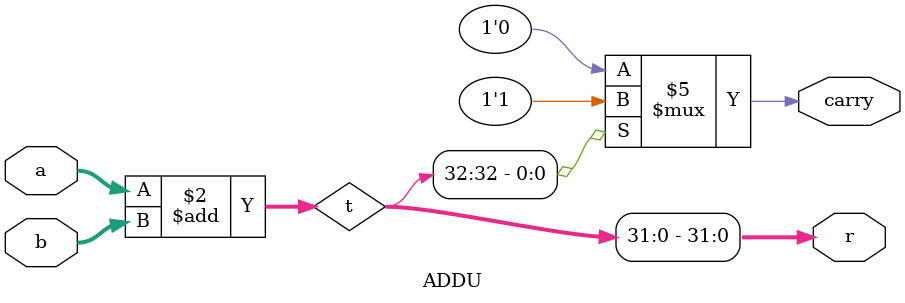
<source format=v>
`timescale 1ns / 1ns
module ADDU(
    input [31:0] a,
    input [31:0] b,
    output[31:0] r,
    output reg carry
    );
    reg [32:0] t;
    always@(*)
    begin
        t=a+b;
        if(t[32]==1)
            carry=1;
        else
            carry=0;
    end
    assign r=t[31:0];
endmodule
</source>
